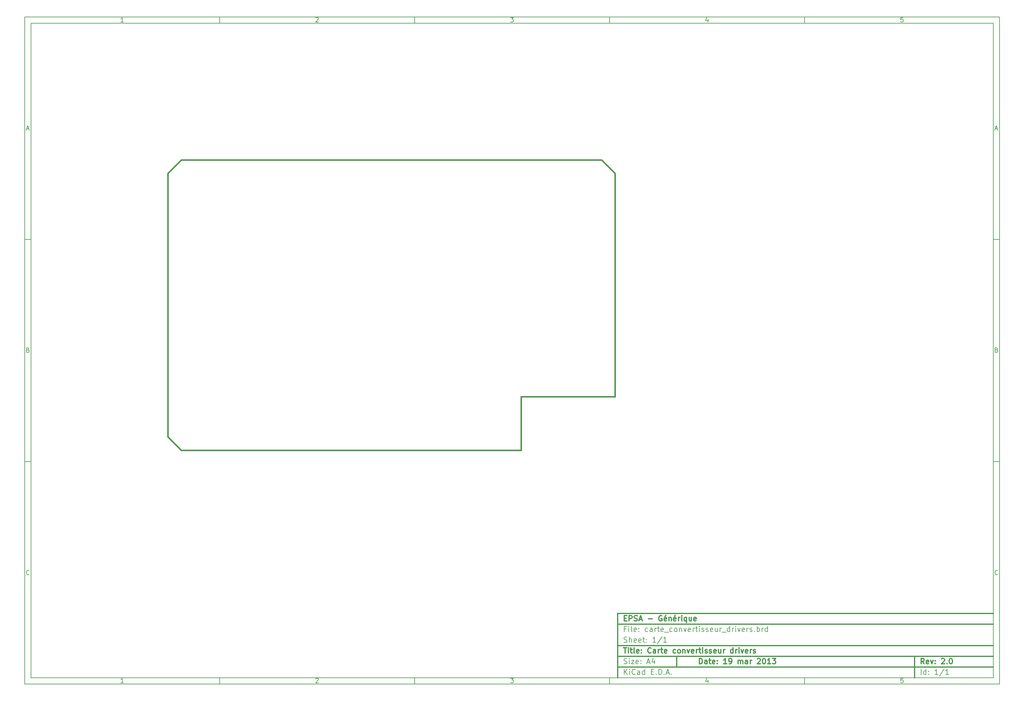
<source format=gbr>
G04 (created by PCBNEW-RS274X (2012-01-19 BZR 3256)-stable) date 19/03/2013 15:27:12*
G01*
G70*
G90*
%MOIN*%
G04 Gerber Fmt 3.4, Leading zero omitted, Abs format*
%FSLAX34Y34*%
G04 APERTURE LIST*
%ADD10C,0.006000*%
%ADD11C,0.012000*%
%ADD12C,0.015000*%
G04 APERTURE END LIST*
G54D10*
X04000Y-04000D02*
X113000Y-04000D01*
X113000Y-78670D01*
X04000Y-78670D01*
X04000Y-04000D01*
X04700Y-04700D02*
X112300Y-04700D01*
X112300Y-77970D01*
X04700Y-77970D01*
X04700Y-04700D01*
X25800Y-04000D02*
X25800Y-04700D01*
X15043Y-04552D02*
X14757Y-04552D01*
X14900Y-04552D02*
X14900Y-04052D01*
X14852Y-04124D01*
X14805Y-04171D01*
X14757Y-04195D01*
X25800Y-78670D02*
X25800Y-77970D01*
X15043Y-78522D02*
X14757Y-78522D01*
X14900Y-78522D02*
X14900Y-78022D01*
X14852Y-78094D01*
X14805Y-78141D01*
X14757Y-78165D01*
X47600Y-04000D02*
X47600Y-04700D01*
X36557Y-04100D02*
X36581Y-04076D01*
X36629Y-04052D01*
X36748Y-04052D01*
X36795Y-04076D01*
X36819Y-04100D01*
X36843Y-04148D01*
X36843Y-04195D01*
X36819Y-04267D01*
X36533Y-04552D01*
X36843Y-04552D01*
X47600Y-78670D02*
X47600Y-77970D01*
X36557Y-78070D02*
X36581Y-78046D01*
X36629Y-78022D01*
X36748Y-78022D01*
X36795Y-78046D01*
X36819Y-78070D01*
X36843Y-78118D01*
X36843Y-78165D01*
X36819Y-78237D01*
X36533Y-78522D01*
X36843Y-78522D01*
X69400Y-04000D02*
X69400Y-04700D01*
X58333Y-04052D02*
X58643Y-04052D01*
X58476Y-04243D01*
X58548Y-04243D01*
X58595Y-04267D01*
X58619Y-04290D01*
X58643Y-04338D01*
X58643Y-04457D01*
X58619Y-04505D01*
X58595Y-04529D01*
X58548Y-04552D01*
X58405Y-04552D01*
X58357Y-04529D01*
X58333Y-04505D01*
X69400Y-78670D02*
X69400Y-77970D01*
X58333Y-78022D02*
X58643Y-78022D01*
X58476Y-78213D01*
X58548Y-78213D01*
X58595Y-78237D01*
X58619Y-78260D01*
X58643Y-78308D01*
X58643Y-78427D01*
X58619Y-78475D01*
X58595Y-78499D01*
X58548Y-78522D01*
X58405Y-78522D01*
X58357Y-78499D01*
X58333Y-78475D01*
X91200Y-04000D02*
X91200Y-04700D01*
X80395Y-04219D02*
X80395Y-04552D01*
X80276Y-04029D02*
X80157Y-04386D01*
X80467Y-04386D01*
X91200Y-78670D02*
X91200Y-77970D01*
X80395Y-78189D02*
X80395Y-78522D01*
X80276Y-77999D02*
X80157Y-78356D01*
X80467Y-78356D01*
X102219Y-04052D02*
X101981Y-04052D01*
X101957Y-04290D01*
X101981Y-04267D01*
X102029Y-04243D01*
X102148Y-04243D01*
X102195Y-04267D01*
X102219Y-04290D01*
X102243Y-04338D01*
X102243Y-04457D01*
X102219Y-04505D01*
X102195Y-04529D01*
X102148Y-04552D01*
X102029Y-04552D01*
X101981Y-04529D01*
X101957Y-04505D01*
X102219Y-78022D02*
X101981Y-78022D01*
X101957Y-78260D01*
X101981Y-78237D01*
X102029Y-78213D01*
X102148Y-78213D01*
X102195Y-78237D01*
X102219Y-78260D01*
X102243Y-78308D01*
X102243Y-78427D01*
X102219Y-78475D01*
X102195Y-78499D01*
X102148Y-78522D01*
X102029Y-78522D01*
X101981Y-78499D01*
X101957Y-78475D01*
X04000Y-28890D02*
X04700Y-28890D01*
X04231Y-16510D02*
X04469Y-16510D01*
X04184Y-16652D02*
X04350Y-16152D01*
X04517Y-16652D01*
X113000Y-28890D02*
X112300Y-28890D01*
X112531Y-16510D02*
X112769Y-16510D01*
X112484Y-16652D02*
X112650Y-16152D01*
X112817Y-16652D01*
X04000Y-53780D02*
X04700Y-53780D01*
X04386Y-41280D02*
X04457Y-41304D01*
X04481Y-41328D01*
X04505Y-41376D01*
X04505Y-41447D01*
X04481Y-41495D01*
X04457Y-41519D01*
X04410Y-41542D01*
X04219Y-41542D01*
X04219Y-41042D01*
X04386Y-41042D01*
X04433Y-41066D01*
X04457Y-41090D01*
X04481Y-41138D01*
X04481Y-41185D01*
X04457Y-41233D01*
X04433Y-41257D01*
X04386Y-41280D01*
X04219Y-41280D01*
X113000Y-53780D02*
X112300Y-53780D01*
X112686Y-41280D02*
X112757Y-41304D01*
X112781Y-41328D01*
X112805Y-41376D01*
X112805Y-41447D01*
X112781Y-41495D01*
X112757Y-41519D01*
X112710Y-41542D01*
X112519Y-41542D01*
X112519Y-41042D01*
X112686Y-41042D01*
X112733Y-41066D01*
X112757Y-41090D01*
X112781Y-41138D01*
X112781Y-41185D01*
X112757Y-41233D01*
X112733Y-41257D01*
X112686Y-41280D01*
X112519Y-41280D01*
X04505Y-66385D02*
X04481Y-66409D01*
X04410Y-66432D01*
X04362Y-66432D01*
X04290Y-66409D01*
X04243Y-66361D01*
X04219Y-66313D01*
X04195Y-66218D01*
X04195Y-66147D01*
X04219Y-66051D01*
X04243Y-66004D01*
X04290Y-65956D01*
X04362Y-65932D01*
X04410Y-65932D01*
X04481Y-65956D01*
X04505Y-65980D01*
X112805Y-66385D02*
X112781Y-66409D01*
X112710Y-66432D01*
X112662Y-66432D01*
X112590Y-66409D01*
X112543Y-66361D01*
X112519Y-66313D01*
X112495Y-66218D01*
X112495Y-66147D01*
X112519Y-66051D01*
X112543Y-66004D01*
X112590Y-65956D01*
X112662Y-65932D01*
X112710Y-65932D01*
X112781Y-65956D01*
X112805Y-65980D01*
G54D11*
X79443Y-76413D02*
X79443Y-75813D01*
X79586Y-75813D01*
X79671Y-75841D01*
X79729Y-75899D01*
X79757Y-75956D01*
X79786Y-76070D01*
X79786Y-76156D01*
X79757Y-76270D01*
X79729Y-76327D01*
X79671Y-76384D01*
X79586Y-76413D01*
X79443Y-76413D01*
X80300Y-76413D02*
X80300Y-76099D01*
X80271Y-76041D01*
X80214Y-76013D01*
X80100Y-76013D01*
X80043Y-76041D01*
X80300Y-76384D02*
X80243Y-76413D01*
X80100Y-76413D01*
X80043Y-76384D01*
X80014Y-76327D01*
X80014Y-76270D01*
X80043Y-76213D01*
X80100Y-76184D01*
X80243Y-76184D01*
X80300Y-76156D01*
X80500Y-76013D02*
X80729Y-76013D01*
X80586Y-75813D02*
X80586Y-76327D01*
X80614Y-76384D01*
X80672Y-76413D01*
X80729Y-76413D01*
X81157Y-76384D02*
X81100Y-76413D01*
X80986Y-76413D01*
X80929Y-76384D01*
X80900Y-76327D01*
X80900Y-76099D01*
X80929Y-76041D01*
X80986Y-76013D01*
X81100Y-76013D01*
X81157Y-76041D01*
X81186Y-76099D01*
X81186Y-76156D01*
X80900Y-76213D01*
X81443Y-76356D02*
X81471Y-76384D01*
X81443Y-76413D01*
X81414Y-76384D01*
X81443Y-76356D01*
X81443Y-76413D01*
X81443Y-76041D02*
X81471Y-76070D01*
X81443Y-76099D01*
X81414Y-76070D01*
X81443Y-76041D01*
X81443Y-76099D01*
X82500Y-76413D02*
X82157Y-76413D01*
X82329Y-76413D02*
X82329Y-75813D01*
X82272Y-75899D01*
X82214Y-75956D01*
X82157Y-75984D01*
X82785Y-76413D02*
X82900Y-76413D01*
X82957Y-76384D01*
X82985Y-76356D01*
X83043Y-76270D01*
X83071Y-76156D01*
X83071Y-75927D01*
X83043Y-75870D01*
X83014Y-75841D01*
X82957Y-75813D01*
X82843Y-75813D01*
X82785Y-75841D01*
X82757Y-75870D01*
X82728Y-75927D01*
X82728Y-76070D01*
X82757Y-76127D01*
X82785Y-76156D01*
X82843Y-76184D01*
X82957Y-76184D01*
X83014Y-76156D01*
X83043Y-76127D01*
X83071Y-76070D01*
X83785Y-76413D02*
X83785Y-76013D01*
X83785Y-76070D02*
X83813Y-76041D01*
X83871Y-76013D01*
X83956Y-76013D01*
X84013Y-76041D01*
X84042Y-76099D01*
X84042Y-76413D01*
X84042Y-76099D02*
X84071Y-76041D01*
X84128Y-76013D01*
X84213Y-76013D01*
X84271Y-76041D01*
X84299Y-76099D01*
X84299Y-76413D01*
X84842Y-76413D02*
X84842Y-76099D01*
X84813Y-76041D01*
X84756Y-76013D01*
X84642Y-76013D01*
X84585Y-76041D01*
X84842Y-76384D02*
X84785Y-76413D01*
X84642Y-76413D01*
X84585Y-76384D01*
X84556Y-76327D01*
X84556Y-76270D01*
X84585Y-76213D01*
X84642Y-76184D01*
X84785Y-76184D01*
X84842Y-76156D01*
X85128Y-76413D02*
X85128Y-76013D01*
X85128Y-76127D02*
X85156Y-76070D01*
X85185Y-76041D01*
X85242Y-76013D01*
X85299Y-76013D01*
X85927Y-75870D02*
X85956Y-75841D01*
X86013Y-75813D01*
X86156Y-75813D01*
X86213Y-75841D01*
X86242Y-75870D01*
X86270Y-75927D01*
X86270Y-75984D01*
X86242Y-76070D01*
X85899Y-76413D01*
X86270Y-76413D01*
X86641Y-75813D02*
X86698Y-75813D01*
X86755Y-75841D01*
X86784Y-75870D01*
X86813Y-75927D01*
X86841Y-76041D01*
X86841Y-76184D01*
X86813Y-76299D01*
X86784Y-76356D01*
X86755Y-76384D01*
X86698Y-76413D01*
X86641Y-76413D01*
X86584Y-76384D01*
X86555Y-76356D01*
X86527Y-76299D01*
X86498Y-76184D01*
X86498Y-76041D01*
X86527Y-75927D01*
X86555Y-75870D01*
X86584Y-75841D01*
X86641Y-75813D01*
X87412Y-76413D02*
X87069Y-76413D01*
X87241Y-76413D02*
X87241Y-75813D01*
X87184Y-75899D01*
X87126Y-75956D01*
X87069Y-75984D01*
X87612Y-75813D02*
X87983Y-75813D01*
X87783Y-76041D01*
X87869Y-76041D01*
X87926Y-76070D01*
X87955Y-76099D01*
X87983Y-76156D01*
X87983Y-76299D01*
X87955Y-76356D01*
X87926Y-76384D01*
X87869Y-76413D01*
X87697Y-76413D01*
X87640Y-76384D01*
X87612Y-76356D01*
G54D10*
X71043Y-77613D02*
X71043Y-77013D01*
X71386Y-77613D02*
X71129Y-77270D01*
X71386Y-77013D02*
X71043Y-77356D01*
X71643Y-77613D02*
X71643Y-77213D01*
X71643Y-77013D02*
X71614Y-77041D01*
X71643Y-77070D01*
X71671Y-77041D01*
X71643Y-77013D01*
X71643Y-77070D01*
X72272Y-77556D02*
X72243Y-77584D01*
X72157Y-77613D01*
X72100Y-77613D01*
X72015Y-77584D01*
X71957Y-77527D01*
X71929Y-77470D01*
X71900Y-77356D01*
X71900Y-77270D01*
X71929Y-77156D01*
X71957Y-77099D01*
X72015Y-77041D01*
X72100Y-77013D01*
X72157Y-77013D01*
X72243Y-77041D01*
X72272Y-77070D01*
X72786Y-77613D02*
X72786Y-77299D01*
X72757Y-77241D01*
X72700Y-77213D01*
X72586Y-77213D01*
X72529Y-77241D01*
X72786Y-77584D02*
X72729Y-77613D01*
X72586Y-77613D01*
X72529Y-77584D01*
X72500Y-77527D01*
X72500Y-77470D01*
X72529Y-77413D01*
X72586Y-77384D01*
X72729Y-77384D01*
X72786Y-77356D01*
X73329Y-77613D02*
X73329Y-77013D01*
X73329Y-77584D02*
X73272Y-77613D01*
X73158Y-77613D01*
X73100Y-77584D01*
X73072Y-77556D01*
X73043Y-77499D01*
X73043Y-77327D01*
X73072Y-77270D01*
X73100Y-77241D01*
X73158Y-77213D01*
X73272Y-77213D01*
X73329Y-77241D01*
X74072Y-77299D02*
X74272Y-77299D01*
X74358Y-77613D02*
X74072Y-77613D01*
X74072Y-77013D01*
X74358Y-77013D01*
X74615Y-77556D02*
X74643Y-77584D01*
X74615Y-77613D01*
X74586Y-77584D01*
X74615Y-77556D01*
X74615Y-77613D01*
X74901Y-77613D02*
X74901Y-77013D01*
X75044Y-77013D01*
X75129Y-77041D01*
X75187Y-77099D01*
X75215Y-77156D01*
X75244Y-77270D01*
X75244Y-77356D01*
X75215Y-77470D01*
X75187Y-77527D01*
X75129Y-77584D01*
X75044Y-77613D01*
X74901Y-77613D01*
X75501Y-77556D02*
X75529Y-77584D01*
X75501Y-77613D01*
X75472Y-77584D01*
X75501Y-77556D01*
X75501Y-77613D01*
X75758Y-77441D02*
X76044Y-77441D01*
X75701Y-77613D02*
X75901Y-77013D01*
X76101Y-77613D01*
X76301Y-77556D02*
X76329Y-77584D01*
X76301Y-77613D01*
X76272Y-77584D01*
X76301Y-77556D01*
X76301Y-77613D01*
G54D11*
X104586Y-76413D02*
X104386Y-76127D01*
X104243Y-76413D02*
X104243Y-75813D01*
X104471Y-75813D01*
X104529Y-75841D01*
X104557Y-75870D01*
X104586Y-75927D01*
X104586Y-76013D01*
X104557Y-76070D01*
X104529Y-76099D01*
X104471Y-76127D01*
X104243Y-76127D01*
X105071Y-76384D02*
X105014Y-76413D01*
X104900Y-76413D01*
X104843Y-76384D01*
X104814Y-76327D01*
X104814Y-76099D01*
X104843Y-76041D01*
X104900Y-76013D01*
X105014Y-76013D01*
X105071Y-76041D01*
X105100Y-76099D01*
X105100Y-76156D01*
X104814Y-76213D01*
X105300Y-76013D02*
X105443Y-76413D01*
X105585Y-76013D01*
X105814Y-76356D02*
X105842Y-76384D01*
X105814Y-76413D01*
X105785Y-76384D01*
X105814Y-76356D01*
X105814Y-76413D01*
X105814Y-76041D02*
X105842Y-76070D01*
X105814Y-76099D01*
X105785Y-76070D01*
X105814Y-76041D01*
X105814Y-76099D01*
X106528Y-75870D02*
X106557Y-75841D01*
X106614Y-75813D01*
X106757Y-75813D01*
X106814Y-75841D01*
X106843Y-75870D01*
X106871Y-75927D01*
X106871Y-75984D01*
X106843Y-76070D01*
X106500Y-76413D01*
X106871Y-76413D01*
X107128Y-76356D02*
X107156Y-76384D01*
X107128Y-76413D01*
X107099Y-76384D01*
X107128Y-76356D01*
X107128Y-76413D01*
X107528Y-75813D02*
X107585Y-75813D01*
X107642Y-75841D01*
X107671Y-75870D01*
X107700Y-75927D01*
X107728Y-76041D01*
X107728Y-76184D01*
X107700Y-76299D01*
X107671Y-76356D01*
X107642Y-76384D01*
X107585Y-76413D01*
X107528Y-76413D01*
X107471Y-76384D01*
X107442Y-76356D01*
X107414Y-76299D01*
X107385Y-76184D01*
X107385Y-76041D01*
X107414Y-75927D01*
X107442Y-75870D01*
X107471Y-75841D01*
X107528Y-75813D01*
G54D10*
X71014Y-76384D02*
X71100Y-76413D01*
X71243Y-76413D01*
X71300Y-76384D01*
X71329Y-76356D01*
X71357Y-76299D01*
X71357Y-76241D01*
X71329Y-76184D01*
X71300Y-76156D01*
X71243Y-76127D01*
X71129Y-76099D01*
X71071Y-76070D01*
X71043Y-76041D01*
X71014Y-75984D01*
X71014Y-75927D01*
X71043Y-75870D01*
X71071Y-75841D01*
X71129Y-75813D01*
X71271Y-75813D01*
X71357Y-75841D01*
X71614Y-76413D02*
X71614Y-76013D01*
X71614Y-75813D02*
X71585Y-75841D01*
X71614Y-75870D01*
X71642Y-75841D01*
X71614Y-75813D01*
X71614Y-75870D01*
X71843Y-76013D02*
X72157Y-76013D01*
X71843Y-76413D01*
X72157Y-76413D01*
X72614Y-76384D02*
X72557Y-76413D01*
X72443Y-76413D01*
X72386Y-76384D01*
X72357Y-76327D01*
X72357Y-76099D01*
X72386Y-76041D01*
X72443Y-76013D01*
X72557Y-76013D01*
X72614Y-76041D01*
X72643Y-76099D01*
X72643Y-76156D01*
X72357Y-76213D01*
X72900Y-76356D02*
X72928Y-76384D01*
X72900Y-76413D01*
X72871Y-76384D01*
X72900Y-76356D01*
X72900Y-76413D01*
X72900Y-76041D02*
X72928Y-76070D01*
X72900Y-76099D01*
X72871Y-76070D01*
X72900Y-76041D01*
X72900Y-76099D01*
X73614Y-76241D02*
X73900Y-76241D01*
X73557Y-76413D02*
X73757Y-75813D01*
X73957Y-76413D01*
X74414Y-76013D02*
X74414Y-76413D01*
X74271Y-75784D02*
X74128Y-76213D01*
X74500Y-76213D01*
X104243Y-77613D02*
X104243Y-77013D01*
X104786Y-77613D02*
X104786Y-77013D01*
X104786Y-77584D02*
X104729Y-77613D01*
X104615Y-77613D01*
X104557Y-77584D01*
X104529Y-77556D01*
X104500Y-77499D01*
X104500Y-77327D01*
X104529Y-77270D01*
X104557Y-77241D01*
X104615Y-77213D01*
X104729Y-77213D01*
X104786Y-77241D01*
X105072Y-77556D02*
X105100Y-77584D01*
X105072Y-77613D01*
X105043Y-77584D01*
X105072Y-77556D01*
X105072Y-77613D01*
X105072Y-77241D02*
X105100Y-77270D01*
X105072Y-77299D01*
X105043Y-77270D01*
X105072Y-77241D01*
X105072Y-77299D01*
X106129Y-77613D02*
X105786Y-77613D01*
X105958Y-77613D02*
X105958Y-77013D01*
X105901Y-77099D01*
X105843Y-77156D01*
X105786Y-77184D01*
X106814Y-76984D02*
X106300Y-77756D01*
X107329Y-77613D02*
X106986Y-77613D01*
X107158Y-77613D02*
X107158Y-77013D01*
X107101Y-77099D01*
X107043Y-77156D01*
X106986Y-77184D01*
G54D11*
X70957Y-74613D02*
X71300Y-74613D01*
X71129Y-75213D02*
X71129Y-74613D01*
X71500Y-75213D02*
X71500Y-74813D01*
X71500Y-74613D02*
X71471Y-74641D01*
X71500Y-74670D01*
X71528Y-74641D01*
X71500Y-74613D01*
X71500Y-74670D01*
X71700Y-74813D02*
X71929Y-74813D01*
X71786Y-74613D02*
X71786Y-75127D01*
X71814Y-75184D01*
X71872Y-75213D01*
X71929Y-75213D01*
X72215Y-75213D02*
X72157Y-75184D01*
X72129Y-75127D01*
X72129Y-74613D01*
X72671Y-75184D02*
X72614Y-75213D01*
X72500Y-75213D01*
X72443Y-75184D01*
X72414Y-75127D01*
X72414Y-74899D01*
X72443Y-74841D01*
X72500Y-74813D01*
X72614Y-74813D01*
X72671Y-74841D01*
X72700Y-74899D01*
X72700Y-74956D01*
X72414Y-75013D01*
X72957Y-75156D02*
X72985Y-75184D01*
X72957Y-75213D01*
X72928Y-75184D01*
X72957Y-75156D01*
X72957Y-75213D01*
X72957Y-74841D02*
X72985Y-74870D01*
X72957Y-74899D01*
X72928Y-74870D01*
X72957Y-74841D01*
X72957Y-74899D01*
X74043Y-75156D02*
X74014Y-75184D01*
X73928Y-75213D01*
X73871Y-75213D01*
X73786Y-75184D01*
X73728Y-75127D01*
X73700Y-75070D01*
X73671Y-74956D01*
X73671Y-74870D01*
X73700Y-74756D01*
X73728Y-74699D01*
X73786Y-74641D01*
X73871Y-74613D01*
X73928Y-74613D01*
X74014Y-74641D01*
X74043Y-74670D01*
X74557Y-75213D02*
X74557Y-74899D01*
X74528Y-74841D01*
X74471Y-74813D01*
X74357Y-74813D01*
X74300Y-74841D01*
X74557Y-75184D02*
X74500Y-75213D01*
X74357Y-75213D01*
X74300Y-75184D01*
X74271Y-75127D01*
X74271Y-75070D01*
X74300Y-75013D01*
X74357Y-74984D01*
X74500Y-74984D01*
X74557Y-74956D01*
X74843Y-75213D02*
X74843Y-74813D01*
X74843Y-74927D02*
X74871Y-74870D01*
X74900Y-74841D01*
X74957Y-74813D01*
X75014Y-74813D01*
X75128Y-74813D02*
X75357Y-74813D01*
X75214Y-74613D02*
X75214Y-75127D01*
X75242Y-75184D01*
X75300Y-75213D01*
X75357Y-75213D01*
X75785Y-75184D02*
X75728Y-75213D01*
X75614Y-75213D01*
X75557Y-75184D01*
X75528Y-75127D01*
X75528Y-74899D01*
X75557Y-74841D01*
X75614Y-74813D01*
X75728Y-74813D01*
X75785Y-74841D01*
X75814Y-74899D01*
X75814Y-74956D01*
X75528Y-75013D01*
X76785Y-75184D02*
X76728Y-75213D01*
X76614Y-75213D01*
X76556Y-75184D01*
X76528Y-75156D01*
X76499Y-75099D01*
X76499Y-74927D01*
X76528Y-74870D01*
X76556Y-74841D01*
X76614Y-74813D01*
X76728Y-74813D01*
X76785Y-74841D01*
X77128Y-75213D02*
X77070Y-75184D01*
X77042Y-75156D01*
X77013Y-75099D01*
X77013Y-74927D01*
X77042Y-74870D01*
X77070Y-74841D01*
X77128Y-74813D01*
X77213Y-74813D01*
X77270Y-74841D01*
X77299Y-74870D01*
X77328Y-74927D01*
X77328Y-75099D01*
X77299Y-75156D01*
X77270Y-75184D01*
X77213Y-75213D01*
X77128Y-75213D01*
X77585Y-74813D02*
X77585Y-75213D01*
X77585Y-74870D02*
X77613Y-74841D01*
X77671Y-74813D01*
X77756Y-74813D01*
X77813Y-74841D01*
X77842Y-74899D01*
X77842Y-75213D01*
X78071Y-74813D02*
X78214Y-75213D01*
X78356Y-74813D01*
X78813Y-75184D02*
X78756Y-75213D01*
X78642Y-75213D01*
X78585Y-75184D01*
X78556Y-75127D01*
X78556Y-74899D01*
X78585Y-74841D01*
X78642Y-74813D01*
X78756Y-74813D01*
X78813Y-74841D01*
X78842Y-74899D01*
X78842Y-74956D01*
X78556Y-75013D01*
X79099Y-75213D02*
X79099Y-74813D01*
X79099Y-74927D02*
X79127Y-74870D01*
X79156Y-74841D01*
X79213Y-74813D01*
X79270Y-74813D01*
X79384Y-74813D02*
X79613Y-74813D01*
X79470Y-74613D02*
X79470Y-75127D01*
X79498Y-75184D01*
X79556Y-75213D01*
X79613Y-75213D01*
X79813Y-75213D02*
X79813Y-74813D01*
X79813Y-74613D02*
X79784Y-74641D01*
X79813Y-74670D01*
X79841Y-74641D01*
X79813Y-74613D01*
X79813Y-74670D01*
X80070Y-75184D02*
X80127Y-75213D01*
X80242Y-75213D01*
X80299Y-75184D01*
X80327Y-75127D01*
X80327Y-75099D01*
X80299Y-75041D01*
X80242Y-75013D01*
X80156Y-75013D01*
X80099Y-74984D01*
X80070Y-74927D01*
X80070Y-74899D01*
X80099Y-74841D01*
X80156Y-74813D01*
X80242Y-74813D01*
X80299Y-74841D01*
X80556Y-75184D02*
X80613Y-75213D01*
X80728Y-75213D01*
X80785Y-75184D01*
X80813Y-75127D01*
X80813Y-75099D01*
X80785Y-75041D01*
X80728Y-75013D01*
X80642Y-75013D01*
X80585Y-74984D01*
X80556Y-74927D01*
X80556Y-74899D01*
X80585Y-74841D01*
X80642Y-74813D01*
X80728Y-74813D01*
X80785Y-74841D01*
X81299Y-75184D02*
X81242Y-75213D01*
X81128Y-75213D01*
X81071Y-75184D01*
X81042Y-75127D01*
X81042Y-74899D01*
X81071Y-74841D01*
X81128Y-74813D01*
X81242Y-74813D01*
X81299Y-74841D01*
X81328Y-74899D01*
X81328Y-74956D01*
X81042Y-75013D01*
X81842Y-74813D02*
X81842Y-75213D01*
X81585Y-74813D02*
X81585Y-75127D01*
X81613Y-75184D01*
X81671Y-75213D01*
X81756Y-75213D01*
X81813Y-75184D01*
X81842Y-75156D01*
X82128Y-75213D02*
X82128Y-74813D01*
X82128Y-74927D02*
X82156Y-74870D01*
X82185Y-74841D01*
X82242Y-74813D01*
X82299Y-74813D01*
X83213Y-75213D02*
X83213Y-74613D01*
X83213Y-75184D02*
X83156Y-75213D01*
X83042Y-75213D01*
X82984Y-75184D01*
X82956Y-75156D01*
X82927Y-75099D01*
X82927Y-74927D01*
X82956Y-74870D01*
X82984Y-74841D01*
X83042Y-74813D01*
X83156Y-74813D01*
X83213Y-74841D01*
X83499Y-75213D02*
X83499Y-74813D01*
X83499Y-74927D02*
X83527Y-74870D01*
X83556Y-74841D01*
X83613Y-74813D01*
X83670Y-74813D01*
X83870Y-75213D02*
X83870Y-74813D01*
X83870Y-74613D02*
X83841Y-74641D01*
X83870Y-74670D01*
X83898Y-74641D01*
X83870Y-74613D01*
X83870Y-74670D01*
X84099Y-74813D02*
X84242Y-75213D01*
X84384Y-74813D01*
X84841Y-75184D02*
X84784Y-75213D01*
X84670Y-75213D01*
X84613Y-75184D01*
X84584Y-75127D01*
X84584Y-74899D01*
X84613Y-74841D01*
X84670Y-74813D01*
X84784Y-74813D01*
X84841Y-74841D01*
X84870Y-74899D01*
X84870Y-74956D01*
X84584Y-75013D01*
X85127Y-75213D02*
X85127Y-74813D01*
X85127Y-74927D02*
X85155Y-74870D01*
X85184Y-74841D01*
X85241Y-74813D01*
X85298Y-74813D01*
X85469Y-75184D02*
X85526Y-75213D01*
X85641Y-75213D01*
X85698Y-75184D01*
X85726Y-75127D01*
X85726Y-75099D01*
X85698Y-75041D01*
X85641Y-75013D01*
X85555Y-75013D01*
X85498Y-74984D01*
X85469Y-74927D01*
X85469Y-74899D01*
X85498Y-74841D01*
X85555Y-74813D01*
X85641Y-74813D01*
X85698Y-74841D01*
G54D10*
X71243Y-72499D02*
X71043Y-72499D01*
X71043Y-72813D02*
X71043Y-72213D01*
X71329Y-72213D01*
X71557Y-72813D02*
X71557Y-72413D01*
X71557Y-72213D02*
X71528Y-72241D01*
X71557Y-72270D01*
X71585Y-72241D01*
X71557Y-72213D01*
X71557Y-72270D01*
X71929Y-72813D02*
X71871Y-72784D01*
X71843Y-72727D01*
X71843Y-72213D01*
X72385Y-72784D02*
X72328Y-72813D01*
X72214Y-72813D01*
X72157Y-72784D01*
X72128Y-72727D01*
X72128Y-72499D01*
X72157Y-72441D01*
X72214Y-72413D01*
X72328Y-72413D01*
X72385Y-72441D01*
X72414Y-72499D01*
X72414Y-72556D01*
X72128Y-72613D01*
X72671Y-72756D02*
X72699Y-72784D01*
X72671Y-72813D01*
X72642Y-72784D01*
X72671Y-72756D01*
X72671Y-72813D01*
X72671Y-72441D02*
X72699Y-72470D01*
X72671Y-72499D01*
X72642Y-72470D01*
X72671Y-72441D01*
X72671Y-72499D01*
X73671Y-72784D02*
X73614Y-72813D01*
X73500Y-72813D01*
X73442Y-72784D01*
X73414Y-72756D01*
X73385Y-72699D01*
X73385Y-72527D01*
X73414Y-72470D01*
X73442Y-72441D01*
X73500Y-72413D01*
X73614Y-72413D01*
X73671Y-72441D01*
X74185Y-72813D02*
X74185Y-72499D01*
X74156Y-72441D01*
X74099Y-72413D01*
X73985Y-72413D01*
X73928Y-72441D01*
X74185Y-72784D02*
X74128Y-72813D01*
X73985Y-72813D01*
X73928Y-72784D01*
X73899Y-72727D01*
X73899Y-72670D01*
X73928Y-72613D01*
X73985Y-72584D01*
X74128Y-72584D01*
X74185Y-72556D01*
X74471Y-72813D02*
X74471Y-72413D01*
X74471Y-72527D02*
X74499Y-72470D01*
X74528Y-72441D01*
X74585Y-72413D01*
X74642Y-72413D01*
X74756Y-72413D02*
X74985Y-72413D01*
X74842Y-72213D02*
X74842Y-72727D01*
X74870Y-72784D01*
X74928Y-72813D01*
X74985Y-72813D01*
X75413Y-72784D02*
X75356Y-72813D01*
X75242Y-72813D01*
X75185Y-72784D01*
X75156Y-72727D01*
X75156Y-72499D01*
X75185Y-72441D01*
X75242Y-72413D01*
X75356Y-72413D01*
X75413Y-72441D01*
X75442Y-72499D01*
X75442Y-72556D01*
X75156Y-72613D01*
X75556Y-72870D02*
X76013Y-72870D01*
X76413Y-72784D02*
X76356Y-72813D01*
X76242Y-72813D01*
X76184Y-72784D01*
X76156Y-72756D01*
X76127Y-72699D01*
X76127Y-72527D01*
X76156Y-72470D01*
X76184Y-72441D01*
X76242Y-72413D01*
X76356Y-72413D01*
X76413Y-72441D01*
X76756Y-72813D02*
X76698Y-72784D01*
X76670Y-72756D01*
X76641Y-72699D01*
X76641Y-72527D01*
X76670Y-72470D01*
X76698Y-72441D01*
X76756Y-72413D01*
X76841Y-72413D01*
X76898Y-72441D01*
X76927Y-72470D01*
X76956Y-72527D01*
X76956Y-72699D01*
X76927Y-72756D01*
X76898Y-72784D01*
X76841Y-72813D01*
X76756Y-72813D01*
X77213Y-72413D02*
X77213Y-72813D01*
X77213Y-72470D02*
X77241Y-72441D01*
X77299Y-72413D01*
X77384Y-72413D01*
X77441Y-72441D01*
X77470Y-72499D01*
X77470Y-72813D01*
X77699Y-72413D02*
X77842Y-72813D01*
X77984Y-72413D01*
X78441Y-72784D02*
X78384Y-72813D01*
X78270Y-72813D01*
X78213Y-72784D01*
X78184Y-72727D01*
X78184Y-72499D01*
X78213Y-72441D01*
X78270Y-72413D01*
X78384Y-72413D01*
X78441Y-72441D01*
X78470Y-72499D01*
X78470Y-72556D01*
X78184Y-72613D01*
X78727Y-72813D02*
X78727Y-72413D01*
X78727Y-72527D02*
X78755Y-72470D01*
X78784Y-72441D01*
X78841Y-72413D01*
X78898Y-72413D01*
X79012Y-72413D02*
X79241Y-72413D01*
X79098Y-72213D02*
X79098Y-72727D01*
X79126Y-72784D01*
X79184Y-72813D01*
X79241Y-72813D01*
X79441Y-72813D02*
X79441Y-72413D01*
X79441Y-72213D02*
X79412Y-72241D01*
X79441Y-72270D01*
X79469Y-72241D01*
X79441Y-72213D01*
X79441Y-72270D01*
X79698Y-72784D02*
X79755Y-72813D01*
X79870Y-72813D01*
X79927Y-72784D01*
X79955Y-72727D01*
X79955Y-72699D01*
X79927Y-72641D01*
X79870Y-72613D01*
X79784Y-72613D01*
X79727Y-72584D01*
X79698Y-72527D01*
X79698Y-72499D01*
X79727Y-72441D01*
X79784Y-72413D01*
X79870Y-72413D01*
X79927Y-72441D01*
X80184Y-72784D02*
X80241Y-72813D01*
X80356Y-72813D01*
X80413Y-72784D01*
X80441Y-72727D01*
X80441Y-72699D01*
X80413Y-72641D01*
X80356Y-72613D01*
X80270Y-72613D01*
X80213Y-72584D01*
X80184Y-72527D01*
X80184Y-72499D01*
X80213Y-72441D01*
X80270Y-72413D01*
X80356Y-72413D01*
X80413Y-72441D01*
X80927Y-72784D02*
X80870Y-72813D01*
X80756Y-72813D01*
X80699Y-72784D01*
X80670Y-72727D01*
X80670Y-72499D01*
X80699Y-72441D01*
X80756Y-72413D01*
X80870Y-72413D01*
X80927Y-72441D01*
X80956Y-72499D01*
X80956Y-72556D01*
X80670Y-72613D01*
X81470Y-72413D02*
X81470Y-72813D01*
X81213Y-72413D02*
X81213Y-72727D01*
X81241Y-72784D01*
X81299Y-72813D01*
X81384Y-72813D01*
X81441Y-72784D01*
X81470Y-72756D01*
X81756Y-72813D02*
X81756Y-72413D01*
X81756Y-72527D02*
X81784Y-72470D01*
X81813Y-72441D01*
X81870Y-72413D01*
X81927Y-72413D01*
X81984Y-72870D02*
X82441Y-72870D01*
X82841Y-72813D02*
X82841Y-72213D01*
X82841Y-72784D02*
X82784Y-72813D01*
X82670Y-72813D01*
X82612Y-72784D01*
X82584Y-72756D01*
X82555Y-72699D01*
X82555Y-72527D01*
X82584Y-72470D01*
X82612Y-72441D01*
X82670Y-72413D01*
X82784Y-72413D01*
X82841Y-72441D01*
X83127Y-72813D02*
X83127Y-72413D01*
X83127Y-72527D02*
X83155Y-72470D01*
X83184Y-72441D01*
X83241Y-72413D01*
X83298Y-72413D01*
X83498Y-72813D02*
X83498Y-72413D01*
X83498Y-72213D02*
X83469Y-72241D01*
X83498Y-72270D01*
X83526Y-72241D01*
X83498Y-72213D01*
X83498Y-72270D01*
X83727Y-72413D02*
X83870Y-72813D01*
X84012Y-72413D01*
X84469Y-72784D02*
X84412Y-72813D01*
X84298Y-72813D01*
X84241Y-72784D01*
X84212Y-72727D01*
X84212Y-72499D01*
X84241Y-72441D01*
X84298Y-72413D01*
X84412Y-72413D01*
X84469Y-72441D01*
X84498Y-72499D01*
X84498Y-72556D01*
X84212Y-72613D01*
X84755Y-72813D02*
X84755Y-72413D01*
X84755Y-72527D02*
X84783Y-72470D01*
X84812Y-72441D01*
X84869Y-72413D01*
X84926Y-72413D01*
X85097Y-72784D02*
X85154Y-72813D01*
X85269Y-72813D01*
X85326Y-72784D01*
X85354Y-72727D01*
X85354Y-72699D01*
X85326Y-72641D01*
X85269Y-72613D01*
X85183Y-72613D01*
X85126Y-72584D01*
X85097Y-72527D01*
X85097Y-72499D01*
X85126Y-72441D01*
X85183Y-72413D01*
X85269Y-72413D01*
X85326Y-72441D01*
X85612Y-72756D02*
X85640Y-72784D01*
X85612Y-72813D01*
X85583Y-72784D01*
X85612Y-72756D01*
X85612Y-72813D01*
X85898Y-72813D02*
X85898Y-72213D01*
X85898Y-72441D02*
X85955Y-72413D01*
X86069Y-72413D01*
X86126Y-72441D01*
X86155Y-72470D01*
X86184Y-72527D01*
X86184Y-72699D01*
X86155Y-72756D01*
X86126Y-72784D01*
X86069Y-72813D01*
X85955Y-72813D01*
X85898Y-72784D01*
X86441Y-72813D02*
X86441Y-72413D01*
X86441Y-72527D02*
X86469Y-72470D01*
X86498Y-72441D01*
X86555Y-72413D01*
X86612Y-72413D01*
X87069Y-72813D02*
X87069Y-72213D01*
X87069Y-72784D02*
X87012Y-72813D01*
X86898Y-72813D01*
X86840Y-72784D01*
X86812Y-72756D01*
X86783Y-72699D01*
X86783Y-72527D01*
X86812Y-72470D01*
X86840Y-72441D01*
X86898Y-72413D01*
X87012Y-72413D01*
X87069Y-72441D01*
X71014Y-73984D02*
X71100Y-74013D01*
X71243Y-74013D01*
X71300Y-73984D01*
X71329Y-73956D01*
X71357Y-73899D01*
X71357Y-73841D01*
X71329Y-73784D01*
X71300Y-73756D01*
X71243Y-73727D01*
X71129Y-73699D01*
X71071Y-73670D01*
X71043Y-73641D01*
X71014Y-73584D01*
X71014Y-73527D01*
X71043Y-73470D01*
X71071Y-73441D01*
X71129Y-73413D01*
X71271Y-73413D01*
X71357Y-73441D01*
X71614Y-74013D02*
X71614Y-73413D01*
X71871Y-74013D02*
X71871Y-73699D01*
X71842Y-73641D01*
X71785Y-73613D01*
X71700Y-73613D01*
X71642Y-73641D01*
X71614Y-73670D01*
X72385Y-73984D02*
X72328Y-74013D01*
X72214Y-74013D01*
X72157Y-73984D01*
X72128Y-73927D01*
X72128Y-73699D01*
X72157Y-73641D01*
X72214Y-73613D01*
X72328Y-73613D01*
X72385Y-73641D01*
X72414Y-73699D01*
X72414Y-73756D01*
X72128Y-73813D01*
X72899Y-73984D02*
X72842Y-74013D01*
X72728Y-74013D01*
X72671Y-73984D01*
X72642Y-73927D01*
X72642Y-73699D01*
X72671Y-73641D01*
X72728Y-73613D01*
X72842Y-73613D01*
X72899Y-73641D01*
X72928Y-73699D01*
X72928Y-73756D01*
X72642Y-73813D01*
X73099Y-73613D02*
X73328Y-73613D01*
X73185Y-73413D02*
X73185Y-73927D01*
X73213Y-73984D01*
X73271Y-74013D01*
X73328Y-74013D01*
X73528Y-73956D02*
X73556Y-73984D01*
X73528Y-74013D01*
X73499Y-73984D01*
X73528Y-73956D01*
X73528Y-74013D01*
X73528Y-73641D02*
X73556Y-73670D01*
X73528Y-73699D01*
X73499Y-73670D01*
X73528Y-73641D01*
X73528Y-73699D01*
X74585Y-74013D02*
X74242Y-74013D01*
X74414Y-74013D02*
X74414Y-73413D01*
X74357Y-73499D01*
X74299Y-73556D01*
X74242Y-73584D01*
X75270Y-73384D02*
X74756Y-74156D01*
X75785Y-74013D02*
X75442Y-74013D01*
X75614Y-74013D02*
X75614Y-73413D01*
X75557Y-73499D01*
X75499Y-73556D01*
X75442Y-73584D01*
G54D11*
X71043Y-71299D02*
X71243Y-71299D01*
X71329Y-71613D02*
X71043Y-71613D01*
X71043Y-71013D01*
X71329Y-71013D01*
X71586Y-71613D02*
X71586Y-71013D01*
X71814Y-71013D01*
X71872Y-71041D01*
X71900Y-71070D01*
X71929Y-71127D01*
X71929Y-71213D01*
X71900Y-71270D01*
X71872Y-71299D01*
X71814Y-71327D01*
X71586Y-71327D01*
X72157Y-71584D02*
X72243Y-71613D01*
X72386Y-71613D01*
X72443Y-71584D01*
X72472Y-71556D01*
X72500Y-71499D01*
X72500Y-71441D01*
X72472Y-71384D01*
X72443Y-71356D01*
X72386Y-71327D01*
X72272Y-71299D01*
X72214Y-71270D01*
X72186Y-71241D01*
X72157Y-71184D01*
X72157Y-71127D01*
X72186Y-71070D01*
X72214Y-71041D01*
X72272Y-71013D01*
X72414Y-71013D01*
X72500Y-71041D01*
X72728Y-71441D02*
X73014Y-71441D01*
X72671Y-71613D02*
X72871Y-71013D01*
X73071Y-71613D01*
X73728Y-71384D02*
X74185Y-71384D01*
X75242Y-71041D02*
X75185Y-71013D01*
X75099Y-71013D01*
X75014Y-71041D01*
X74956Y-71099D01*
X74928Y-71156D01*
X74899Y-71270D01*
X74899Y-71356D01*
X74928Y-71470D01*
X74956Y-71527D01*
X75014Y-71584D01*
X75099Y-71613D01*
X75156Y-71613D01*
X75242Y-71584D01*
X75271Y-71556D01*
X75271Y-71356D01*
X75156Y-71356D01*
X75756Y-71584D02*
X75699Y-71613D01*
X75585Y-71613D01*
X75528Y-71584D01*
X75499Y-71527D01*
X75499Y-71299D01*
X75528Y-71241D01*
X75585Y-71213D01*
X75699Y-71213D01*
X75756Y-71241D01*
X75785Y-71299D01*
X75785Y-71356D01*
X75499Y-71413D01*
X75699Y-70984D02*
X75614Y-71070D01*
X76042Y-71213D02*
X76042Y-71613D01*
X76042Y-71270D02*
X76070Y-71241D01*
X76128Y-71213D01*
X76213Y-71213D01*
X76270Y-71241D01*
X76299Y-71299D01*
X76299Y-71613D01*
X76813Y-71584D02*
X76756Y-71613D01*
X76642Y-71613D01*
X76585Y-71584D01*
X76556Y-71527D01*
X76556Y-71299D01*
X76585Y-71241D01*
X76642Y-71213D01*
X76756Y-71213D01*
X76813Y-71241D01*
X76842Y-71299D01*
X76842Y-71356D01*
X76556Y-71413D01*
X76756Y-70984D02*
X76671Y-71070D01*
X77099Y-71613D02*
X77099Y-71213D01*
X77099Y-71327D02*
X77127Y-71270D01*
X77156Y-71241D01*
X77213Y-71213D01*
X77270Y-71213D01*
X77470Y-71613D02*
X77470Y-71213D01*
X77470Y-71013D02*
X77441Y-71041D01*
X77470Y-71070D01*
X77498Y-71041D01*
X77470Y-71013D01*
X77470Y-71070D01*
X78013Y-71213D02*
X78013Y-71813D01*
X78013Y-71584D02*
X77956Y-71613D01*
X77842Y-71613D01*
X77784Y-71584D01*
X77756Y-71556D01*
X77727Y-71499D01*
X77727Y-71327D01*
X77756Y-71270D01*
X77784Y-71241D01*
X77842Y-71213D01*
X77956Y-71213D01*
X78013Y-71241D01*
X78556Y-71213D02*
X78556Y-71613D01*
X78299Y-71213D02*
X78299Y-71527D01*
X78327Y-71584D01*
X78385Y-71613D01*
X78470Y-71613D01*
X78527Y-71584D01*
X78556Y-71556D01*
X79070Y-71584D02*
X79013Y-71613D01*
X78899Y-71613D01*
X78842Y-71584D01*
X78813Y-71527D01*
X78813Y-71299D01*
X78842Y-71241D01*
X78899Y-71213D01*
X79013Y-71213D01*
X79070Y-71241D01*
X79099Y-71299D01*
X79099Y-71356D01*
X78813Y-71413D01*
X70300Y-70770D02*
X70300Y-77970D01*
X70300Y-71970D02*
X112300Y-71970D01*
X70300Y-70770D02*
X112300Y-70770D01*
X70300Y-74370D02*
X112300Y-74370D01*
X103500Y-75570D02*
X103500Y-77970D01*
X70300Y-76770D02*
X112300Y-76770D01*
X70300Y-75570D02*
X112300Y-75570D01*
X76900Y-75570D02*
X76900Y-76770D01*
G54D12*
X70000Y-46500D02*
X70000Y-21500D01*
X59500Y-52500D02*
X39000Y-52500D01*
X59500Y-46500D02*
X59500Y-52500D01*
X59500Y-46500D02*
X70000Y-46500D01*
X21500Y-52500D02*
X39000Y-52500D01*
X20000Y-51000D02*
X21500Y-52500D01*
X20000Y-21500D02*
X20000Y-51000D01*
X21500Y-20000D02*
X20000Y-21500D01*
X39000Y-20000D02*
X21500Y-20000D01*
X68500Y-20000D02*
X70000Y-21500D01*
X39000Y-20000D02*
X68500Y-20000D01*
M02*

</source>
